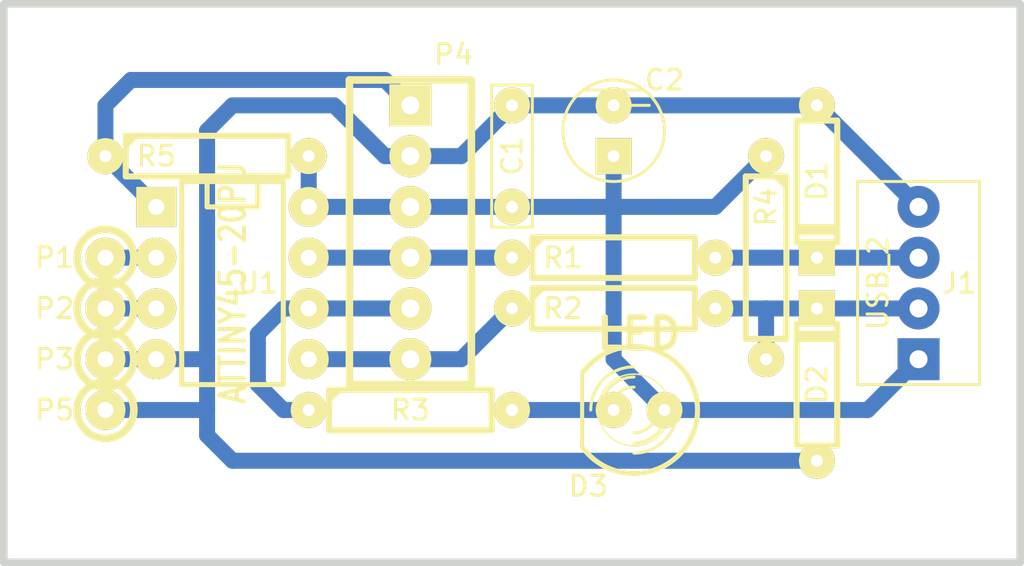
<source format=kicad_pcb>
(kicad_pcb (version 20171130) (host pcbnew 5.1.5+dfsg1-2~bpo10+1)

  (general
    (thickness 1.6002)
    (drawings 4)
    (tracks 57)
    (zones 0)
    (modules 17)
    (nets 12)
  )

  (page A4)
  (layers
    (0 F.Cu signal)
    (31 B.Cu signal)
    (32 B.Adhes user)
    (33 F.Adhes user)
    (34 B.Paste user)
    (35 F.Paste user)
    (36 B.SilkS user)
    (37 F.SilkS user)
    (38 B.Mask user)
    (39 F.Mask user)
    (40 Dwgs.User user)
    (41 Cmts.User user)
    (42 Eco1.User user)
    (43 Eco2.User user)
    (44 Edge.Cuts user)
    (45 Margin user)
    (46 B.CrtYd user)
    (47 F.CrtYd user)
    (48 B.Fab user)
    (49 F.Fab user)
  )

  (setup
    (last_trace_width 0.8)
    (trace_clearance 0.254)
    (zone_clearance 0.508)
    (zone_45_only no)
    (trace_min 0.2032)
    (via_size 0.889)
    (via_drill 0.635)
    (via_min_size 0.889)
    (via_min_drill 0.508)
    (uvia_size 0.508)
    (uvia_drill 0.127)
    (uvias_allowed no)
    (uvia_min_size 0.508)
    (uvia_min_drill 0.127)
    (edge_width 0.381)
    (segment_width 0.381)
    (pcb_text_width 0.3048)
    (pcb_text_size 1.524 2.032)
    (mod_edge_width 0.381)
    (mod_text_size 1.524 1.524)
    (mod_text_width 0.3048)
    (pad_size 1.524 1.524)
    (pad_drill 0.8128)
    (pad_to_mask_clearance 0.254)
    (solder_mask_min_width 0.25)
    (aux_axis_origin 0 0)
    (visible_elements FFFDFFBF)
    (pcbplotparams
      (layerselection 0x00020_fffffffe)
      (usegerberextensions false)
      (usegerberattributes false)
      (usegerberadvancedattributes false)
      (creategerberjobfile false)
      (excludeedgelayer false)
      (linewidth 0.150000)
      (plotframeref false)
      (viasonmask false)
      (mode 1)
      (useauxorigin false)
      (hpglpennumber 1)
      (hpglpenspeed 20)
      (hpglpendiameter 15.000000)
      (psnegative false)
      (psa4output false)
      (plotreference false)
      (plotvalue false)
      (plotinvisibletext false)
      (padsonsilk false)
      (subtractmaskfromsilk false)
      (outputformat 2)
      (mirror false)
      (drillshape 2)
      (scaleselection 1)
      (outputdirectory ""))
  )

  (net 0 "")
  (net 1 "Net-(C1-Pad1)")
  (net 2 "Net-(C1-Pad2)")
  (net 3 "Net-(D1-Pad2)")
  (net 4 "Net-(D2-Pad2)")
  (net 5 "Net-(D3-Pad2)")
  (net 6 "Net-(P2-Pad1)")
  (net 7 "Net-(P4-Pad1)")
  (net 8 "Net-(P4-Pad4)")
  (net 9 "Net-(P4-Pad5)")
  (net 10 "Net-(P4-Pad6)")
  (net 11 "Net-(P1-Pad1)")

  (net_class Default "This is the default net class."
    (clearance 0.254)
    (trace_width 0.8)
    (via_dia 0.889)
    (via_drill 0.635)
    (uvia_dia 0.508)
    (uvia_drill 0.127)
    (add_net "Net-(C1-Pad1)")
    (add_net "Net-(C1-Pad2)")
    (add_net "Net-(D1-Pad2)")
    (add_net "Net-(D2-Pad2)")
    (add_net "Net-(D3-Pad2)")
    (add_net "Net-(P1-Pad1)")
    (add_net "Net-(P2-Pad1)")
    (add_net "Net-(P4-Pad1)")
    (add_net "Net-(P4-Pad4)")
    (add_net "Net-(P4-Pad5)")
    (add_net "Net-(P4-Pad6)")
  )

  (module kicad:CP_5x11mm (layer F.Cu) (tedit 5C4E162E) (tstamp 5E7E65FF)
    (at 149.86 87.63)
    (descr "Capacitor, pol, cyl 5x11mm")
    (path /506359CC)
    (fp_text reference C2 (at 2.54 -2.54) (layer F.SilkS)
      (effects (font (size 1 1) (thickness 0.15)))
    )
    (fp_text value CP1 (at 0 3.81) (layer F.SilkS) hide
      (effects (font (size 1 1) (thickness 0.15)))
    )
    (fp_line (start 0.889 -1.27) (end 1.778 -1.27) (layer F.SilkS) (width 0.15))
    (fp_line (start -1.524 -2.032) (end 1.524 -2.032) (layer F.SilkS) (width 0.15))
    (fp_circle (center 0 0) (end -2.54 0) (layer F.SilkS) (width 0.15))
    (pad 1 thru_hole rect (at 0 1.27) (size 1.80086 1.80086) (drill 0.59944) (layers *.Cu *.Mask F.SilkS)
      (net 1 "Net-(C1-Pad1)"))
    (pad 2 thru_hole circle (at 0 -1.27) (size 1.80086 1.80086) (drill 0.59944) (layers *.Cu *.Mask F.SilkS)
      (net 2 "Net-(C1-Pad2)"))
    (model discret/capacitor/cp_5x11mm.wrl
      (at (xyz 0 0 0))
      (scale (xyz 1 1 1))
      (rotate (xyz 0 0 0))
    )
  )

  (module kicad:R4 (layer F.Cu) (tedit 504E4295) (tstamp 5B62A9A3)
    (at 149.86 96.52)
    (descr "Resitance 4 pas")
    (tags R)
    (path /5062997E)
    (autoplace_cost180 10)
    (fp_text reference R2 (at -2.54 0) (layer F.SilkS)
      (effects (font (size 1 1) (thickness 0.15)))
    )
    (fp_text value R (at 0 0) (layer F.SilkS) hide
      (effects (font (size 1.397 1.27) (thickness 0.2032)))
    )
    (fp_line (start -5.08 0) (end -4.064 0) (layer F.SilkS) (width 0.3048))
    (fp_line (start -4.064 0) (end -4.064 -1.016) (layer F.SilkS) (width 0.3048))
    (fp_line (start -4.064 -1.016) (end 4.064 -1.016) (layer F.SilkS) (width 0.3048))
    (fp_line (start 4.064 -1.016) (end 4.064 1.016) (layer F.SilkS) (width 0.3048))
    (fp_line (start 4.064 1.016) (end -4.064 1.016) (layer F.SilkS) (width 0.3048))
    (fp_line (start -4.064 1.016) (end -4.064 0) (layer F.SilkS) (width 0.3048))
    (fp_line (start -4.064 -0.508) (end -3.556 -1.016) (layer F.SilkS) (width 0.3048))
    (fp_line (start 5.08 0) (end 4.064 0) (layer F.SilkS) (width 0.3048))
    (pad 1 thru_hole circle (at -5.08 0) (size 1.80086 1.80086) (drill 0.59944) (layers *.Cu *.Mask F.SilkS)
      (net 10 "Net-(P4-Pad6)"))
    (pad 2 thru_hole circle (at 5.08 0) (size 1.80086 1.80086) (drill 0.59944) (layers *.Cu *.Mask F.SilkS)
      (net 4 "Net-(D2-Pad2)"))
    (model discret/resistor.wrl
      (at (xyz 0 0 0))
      (scale (xyz 0.4 0.4 0.4))
      (rotate (xyz 0 0 0))
    )
  )

  (module kicad:C2 (layer F.Cu) (tedit 5C4E1294) (tstamp 5E6EA05D)
    (at 144.78 88.9 90)
    (descr "Condensateur = 2 pas")
    (tags C)
    (path /50629DF6)
    (fp_text reference C1 (at 0 0 90) (layer F.SilkS)
      (effects (font (size 1 1) (thickness 0.15)))
    )
    (fp_text value C (at -1.27 0 90) (layer F.SilkS) hide
      (effects (font (size 1.016 1.016) (thickness 0.2032)))
    )
    (fp_line (start -3.556 -1.016) (end 3.556 -1.016) (layer F.SilkS) (width 0.15))
    (fp_line (start 3.556 -1.016) (end 3.556 1.016) (layer F.SilkS) (width 0.15))
    (fp_line (start 3.556 1.016) (end -3.556 1.016) (layer F.SilkS) (width 0.15))
    (fp_line (start -3.556 1.016) (end -3.556 -1.016) (layer F.SilkS) (width 0.15))
    (pad 1 thru_hole circle (at -2.54 0 90) (size 1.80086 1.80086) (drill 0.59944) (layers *.Cu *.Mask F.SilkS)
      (net 1 "Net-(C1-Pad1)"))
    (pad 2 thru_hole circle (at 2.54 0 90) (size 1.80086 1.80086) (drill 0.59944) (layers *.Cu *.Mask F.SilkS)
      (net 2 "Net-(C1-Pad2)"))
    (model discret/capa_2pas_5x5mm.wrl
      (at (xyz 0 0 0))
      (scale (xyz 1 1 1))
      (rotate (xyz 0 0 0))
    )
  )

  (module kicad:R4 (layer F.Cu) (tedit 504E4295) (tstamp 5B62A9BD)
    (at 157.48 93.98 270)
    (descr "Resitance 4 pas")
    (tags R)
    (path /50629C81)
    (autoplace_cost180 10)
    (fp_text reference R4 (at -2.54 0 270) (layer F.SilkS)
      (effects (font (size 1 1) (thickness 0.15)))
    )
    (fp_text value R (at 0 0 270) (layer F.SilkS) hide
      (effects (font (size 1.397 1.27) (thickness 0.2032)))
    )
    (fp_line (start -5.08 0) (end -4.064 0) (layer F.SilkS) (width 0.3048))
    (fp_line (start -4.064 0) (end -4.064 -1.016) (layer F.SilkS) (width 0.3048))
    (fp_line (start -4.064 -1.016) (end 4.064 -1.016) (layer F.SilkS) (width 0.3048))
    (fp_line (start 4.064 -1.016) (end 4.064 1.016) (layer F.SilkS) (width 0.3048))
    (fp_line (start 4.064 1.016) (end -4.064 1.016) (layer F.SilkS) (width 0.3048))
    (fp_line (start -4.064 1.016) (end -4.064 0) (layer F.SilkS) (width 0.3048))
    (fp_line (start -4.064 -0.508) (end -3.556 -1.016) (layer F.SilkS) (width 0.3048))
    (fp_line (start 5.08 0) (end 4.064 0) (layer F.SilkS) (width 0.3048))
    (pad 1 thru_hole circle (at -5.08 0 270) (size 1.80086 1.80086) (drill 0.59944) (layers *.Cu *.Mask F.SilkS)
      (net 1 "Net-(C1-Pad1)"))
    (pad 2 thru_hole circle (at 5.08 0 270) (size 1.80086 1.80086) (drill 0.59944) (layers *.Cu *.Mask F.SilkS)
      (net 4 "Net-(D2-Pad2)"))
    (model discret/resistor.wrl
      (at (xyz 0 0 0))
      (scale (xyz 0.4 0.4 0.4))
      (rotate (xyz 0 0 0))
    )
  )

  (module kicad:USB4 (layer F.Cu) (tedit 5E7280C7) (tstamp 5B62B47B)
    (at 165.1 95.25 90)
    (path /516E3CCA)
    (fp_text reference J1 (at 0 2.032 180) (layer F.SilkS)
      (effects (font (size 1 1) (thickness 0.15)))
    )
    (fp_text value USB_2 (at 0 -2.032 90) (layer F.SilkS)
      (effects (font (size 1 1) (thickness 0.15)))
    )
    (fp_line (start -5.08 3.048) (end -5.08 -3.048) (layer F.SilkS) (width 0.15))
    (fp_line (start -5.08 -3.048) (end 5.08 -3.048) (layer F.SilkS) (width 0.15))
    (fp_line (start 5.08 -3.048) (end 5.08 3.048) (layer F.SilkS) (width 0.15))
    (fp_line (start 5.08 3.048) (end -5.08 3.048) (layer F.SilkS) (width 0.15))
    (pad 2 thru_hole circle (at -1.27 0 90) (size 2.1 2.1) (drill 0.9) (layers *.Cu *.Mask)
      (net 4 "Net-(D2-Pad2)"))
    (pad 3 thru_hole circle (at 1.27 0 90) (size 2.1 2.1) (drill 0.9) (layers *.Cu *.Mask)
      (net 3 "Net-(D1-Pad2)"))
    (pad 4 thru_hole circle (at 3.81 0 90) (size 2.1 2.1) (drill 0.9) (layers *.Cu *.Mask)
      (net 2 "Net-(C1-Pad2)"))
    (pad 1 thru_hole rect (at -3.81 0 90) (size 2.1 2.1) (drill 0.9) (layers *.Cu *.Mask)
      (net 1 "Net-(C1-Pad1)"))
  )

  (module kicad:PIN_ARRAY_6X1 (layer F.Cu) (tedit 514F17CD) (tstamp 5B62A989)
    (at 139.7 92.71 270)
    (descr "Connecteur 6 pins")
    (tags "CONN DEV")
    (path /506295FB)
    (fp_text reference P4 (at -8.89 -2.159) (layer F.SilkS)
      (effects (font (size 1 1) (thickness 0.15)))
    )
    (fp_text value CONN_6 (at 0 2.159 270) (layer F.SilkS) hide
      (effects (font (size 1.016 0.889) (thickness 0.2032)))
    )
    (fp_line (start -7.62 -3.048) (end 7.62 -3.048) (layer F.SilkS) (width 0.381))
    (fp_line (start 7.62 -3.048) (end 7.62 3.048) (layer F.SilkS) (width 0.381))
    (fp_line (start 7.62 3.048) (end -7.62 3.048) (layer F.SilkS) (width 0.381))
    (fp_line (start -7.62 3.048) (end -7.62 -3.048) (layer F.SilkS) (width 0.381))
    (pad 1 thru_hole rect (at -6.35 0 270) (size 2.10058 2.10058) (drill 0.89916) (layers *.Cu *.Mask F.SilkS)
      (net 7 "Net-(P4-Pad1)"))
    (pad 2 thru_hole circle (at -3.81 0 270) (size 2.10058 2.10058) (drill 0.89916) (layers *.Cu *.Mask F.SilkS)
      (net 2 "Net-(C1-Pad2)"))
    (pad 3 thru_hole circle (at -1.27 0 270) (size 2.10058 2.10058) (drill 0.89916) (layers *.Cu *.Mask F.SilkS)
      (net 1 "Net-(C1-Pad1)"))
    (pad 4 thru_hole circle (at 1.27 0 270) (size 2.10058 2.10058) (drill 0.89916) (layers *.Cu *.Mask F.SilkS)
      (net 8 "Net-(P4-Pad4)"))
    (pad 5 thru_hole circle (at 3.81 0 270) (size 2.10058 2.10058) (drill 0.89916) (layers *.Cu *.Mask F.SilkS)
      (net 9 "Net-(P4-Pad5)"))
    (pad 6 thru_hole circle (at 6.35 0 270) (size 2.10058 2.10058) (drill 0.89916) (layers *.Cu *.Mask F.SilkS)
      (net 10 "Net-(P4-Pad6)"))
    (model pin_array/pins_array_6x1.wrl
      (at (xyz 0 0 0))
      (scale (xyz 1 1 1))
      (rotate (xyz 0 0 0))
    )
  )

  (module kicad:PIN_ARRAY_1X1 (layer F.Cu) (tedit 561AC18E) (tstamp 5E9C333A)
    (at 124.46 96.52)
    (descr "module 1 pin (ou trou mecanique de percage)")
    (tags DEV)
    (path /5B62A152)
    (fp_text reference P2 (at -2.54 0) (layer F.SilkS)
      (effects (font (size 1 1) (thickness 0.15)))
    )
    (fp_text value CONN_1 (at 0 2.794) (layer F.SilkS) hide
      (effects (font (size 1.016 1.016) (thickness 0.254)))
    )
    (fp_circle (center 0 0) (end 1.27 0.635) (layer F.SilkS) (width 0.381))
    (pad 1 thru_hole circle (at 0 0) (size 2 2) (drill 0.8) (layers *.Cu *.Mask F.SilkS)
      (net 6 "Net-(P2-Pad1)"))
  )

  (module kicad:PIN_ARRAY_1X1 (layer F.Cu) (tedit 561AC18E) (tstamp 5B62A984)
    (at 124.46 99.06)
    (descr "module 1 pin (ou trou mecanique de percage)")
    (tags DEV)
    (path /50635851)
    (fp_text reference P3 (at -2.54 0) (layer F.SilkS)
      (effects (font (size 1 1) (thickness 0.15)))
    )
    (fp_text value CONN_1 (at 0 2.794) (layer F.SilkS) hide
      (effects (font (size 1.016 1.016) (thickness 0.254)))
    )
    (fp_circle (center 0 0) (end 1.27 0.635) (layer F.SilkS) (width 0.381))
    (pad 1 thru_hole circle (at 0 0) (size 2 2) (drill 0.8) (layers *.Cu *.Mask F.SilkS)
      (net 2 "Net-(C1-Pad2)"))
  )

  (module kicad:PIN_ARRAY_1X1 (layer F.Cu) (tedit 561AC18E) (tstamp 5B62A97A)
    (at 124.46 93.98)
    (descr "module 1 pin (ou trou mecanique de percage)")
    (tags DEV)
    (path /50635843)
    (fp_text reference P1 (at -2.54 0) (layer F.SilkS)
      (effects (font (size 1 1) (thickness 0.15)))
    )
    (fp_text value CONN_1 (at 0 2.794) (layer F.SilkS) hide
      (effects (font (size 1.016 1.016) (thickness 0.254)))
    )
    (fp_circle (center 0 0) (end 1.27 0.635) (layer F.SilkS) (width 0.381))
    (pad 1 thru_hole circle (at 0 0) (size 2 2) (drill 0.8) (layers *.Cu *.Mask F.SilkS)
      (net 11 "Net-(P1-Pad1)"))
  )

  (module kicad:PIN_ARRAY_1X1 (layer F.Cu) (tedit 561AC18E) (tstamp 5B62AAB6)
    (at 124.46 101.6)
    (descr "module 1 pin (ou trou mecanique de percage)")
    (tags DEV)
    (path /5E6F4FA2)
    (fp_text reference P5 (at -2.54 0) (layer F.SilkS)
      (effects (font (size 1 1) (thickness 0.15)))
    )
    (fp_text value CONN_1 (at 0 2.794) (layer F.SilkS) hide
      (effects (font (size 1.016 1.016) (thickness 0.254)))
    )
    (fp_circle (center 0 0) (end 1.27 0.635) (layer F.SilkS) (width 0.381))
    (pad 1 thru_hole circle (at 0 0) (size 2 2) (drill 0.8) (layers *.Cu *.Mask F.SilkS)
      (net 2 "Net-(C1-Pad2)"))
  )

  (module kicad:R4 (layer F.Cu) (tedit 504E4295) (tstamp 5B62A9B0)
    (at 139.7 101.6)
    (descr "Resitance 4 pas")
    (tags R)
    (path /50629B92)
    (autoplace_cost180 10)
    (fp_text reference R3 (at 0 0) (layer F.SilkS)
      (effects (font (size 1 1) (thickness 0.15)))
    )
    (fp_text value R (at 0 0) (layer F.SilkS) hide
      (effects (font (size 1.397 1.27) (thickness 0.2032)))
    )
    (fp_line (start -5.08 0) (end -4.064 0) (layer F.SilkS) (width 0.3048))
    (fp_line (start -4.064 0) (end -4.064 -1.016) (layer F.SilkS) (width 0.3048))
    (fp_line (start -4.064 -1.016) (end 4.064 -1.016) (layer F.SilkS) (width 0.3048))
    (fp_line (start 4.064 -1.016) (end 4.064 1.016) (layer F.SilkS) (width 0.3048))
    (fp_line (start 4.064 1.016) (end -4.064 1.016) (layer F.SilkS) (width 0.3048))
    (fp_line (start -4.064 1.016) (end -4.064 0) (layer F.SilkS) (width 0.3048))
    (fp_line (start -4.064 -0.508) (end -3.556 -1.016) (layer F.SilkS) (width 0.3048))
    (fp_line (start 5.08 0) (end 4.064 0) (layer F.SilkS) (width 0.3048))
    (pad 1 thru_hole circle (at -5.08 0) (size 1.80086 1.80086) (drill 0.59944) (layers *.Cu *.Mask F.SilkS)
      (net 9 "Net-(P4-Pad5)"))
    (pad 2 thru_hole circle (at 5.08 0) (size 1.80086 1.80086) (drill 0.59944) (layers *.Cu *.Mask F.SilkS)
      (net 5 "Net-(D3-Pad2)"))
    (model discret/resistor.wrl
      (at (xyz 0 0 0))
      (scale (xyz 0.4 0.4 0.4))
      (rotate (xyz 0 0 0))
    )
  )

  (module kicad:R4 (layer F.Cu) (tedit 504E4295) (tstamp 5B62A9CA)
    (at 129.54 88.9)
    (descr "Resitance 4 pas")
    (tags R)
    (path /50629877)
    (autoplace_cost180 10)
    (fp_text reference R5 (at -2.54 0) (layer F.SilkS)
      (effects (font (size 1 1) (thickness 0.15)))
    )
    (fp_text value R (at 0 0) (layer F.SilkS) hide
      (effects (font (size 1.397 1.27) (thickness 0.2032)))
    )
    (fp_line (start -5.08 0) (end -4.064 0) (layer F.SilkS) (width 0.3048))
    (fp_line (start -4.064 0) (end -4.064 -1.016) (layer F.SilkS) (width 0.3048))
    (fp_line (start -4.064 -1.016) (end 4.064 -1.016) (layer F.SilkS) (width 0.3048))
    (fp_line (start 4.064 -1.016) (end 4.064 1.016) (layer F.SilkS) (width 0.3048))
    (fp_line (start 4.064 1.016) (end -4.064 1.016) (layer F.SilkS) (width 0.3048))
    (fp_line (start -4.064 1.016) (end -4.064 0) (layer F.SilkS) (width 0.3048))
    (fp_line (start -4.064 -0.508) (end -3.556 -1.016) (layer F.SilkS) (width 0.3048))
    (fp_line (start 5.08 0) (end 4.064 0) (layer F.SilkS) (width 0.3048))
    (pad 1 thru_hole circle (at -5.08 0) (size 1.80086 1.80086) (drill 0.59944) (layers *.Cu *.Mask F.SilkS)
      (net 7 "Net-(P4-Pad1)"))
    (pad 2 thru_hole circle (at 5.08 0) (size 1.80086 1.80086) (drill 0.59944) (layers *.Cu *.Mask F.SilkS)
      (net 1 "Net-(C1-Pad1)"))
    (model discret/resistor.wrl
      (at (xyz 0 0 0))
      (scale (xyz 0.4 0.4 0.4))
      (rotate (xyz 0 0 0))
    )
  )

  (module kicad:DIP-8__300 (layer F.Cu) (tedit 50A3441F) (tstamp 5B62A9E3)
    (at 130.81 95.25 270)
    (descr "8 pins DIL package, round pads")
    (tags DIL)
    (path /505960D4)
    (fp_text reference U1 (at 0 -1.27) (layer F.SilkS)
      (effects (font (size 1 1) (thickness 0.15)))
    )
    (fp_text value ATTINY45-20PU (at 0 0 270) (layer F.SilkS)
      (effects (font (size 1.27 1.016) (thickness 0.2032)))
    )
    (fp_line (start -5.08 -1.27) (end -3.81 -1.27) (layer F.SilkS) (width 0.254))
    (fp_line (start -3.81 -1.27) (end -3.81 1.27) (layer F.SilkS) (width 0.254))
    (fp_line (start -3.81 1.27) (end -5.08 1.27) (layer F.SilkS) (width 0.254))
    (fp_line (start -5.08 -2.54) (end 5.08 -2.54) (layer F.SilkS) (width 0.254))
    (fp_line (start 5.08 -2.54) (end 5.08 2.54) (layer F.SilkS) (width 0.254))
    (fp_line (start 5.08 2.54) (end -5.08 2.54) (layer F.SilkS) (width 0.254))
    (fp_line (start -5.08 2.54) (end -5.08 -2.54) (layer F.SilkS) (width 0.254))
    (pad 1 thru_hole rect (at -3.81 3.81 270) (size 1.99898 1.99898) (drill 0.8001) (layers *.Cu *.Mask F.SilkS)
      (net 7 "Net-(P4-Pad1)"))
    (pad 2 thru_hole circle (at -1.27 3.81 270) (size 1.99898 1.99898) (drill 0.8001) (layers *.Cu *.Mask F.SilkS)
      (net 11 "Net-(P1-Pad1)"))
    (pad 3 thru_hole circle (at 1.27 3.81 270) (size 1.99898 1.99898) (drill 0.8001) (layers *.Cu *.Mask F.SilkS)
      (net 6 "Net-(P2-Pad1)"))
    (pad 4 thru_hole circle (at 3.81 3.81 270) (size 1.99898 1.99898) (drill 0.8001) (layers *.Cu *.Mask F.SilkS)
      (net 2 "Net-(C1-Pad2)"))
    (pad 5 thru_hole circle (at 3.81 -3.81 270) (size 1.99898 1.99898) (drill 0.8001) (layers *.Cu *.Mask F.SilkS)
      (net 10 "Net-(P4-Pad6)"))
    (pad 6 thru_hole circle (at 1.27 -3.81 270) (size 1.99898 1.99898) (drill 0.8001) (layers *.Cu *.Mask F.SilkS)
      (net 9 "Net-(P4-Pad5)"))
    (pad 7 thru_hole circle (at -1.27 -3.81 270) (size 1.99898 1.99898) (drill 0.8001) (layers *.Cu *.Mask F.SilkS)
      (net 8 "Net-(P4-Pad4)"))
    (pad 8 thru_hole circle (at -3.81 -3.81 270) (size 1.99898 1.99898) (drill 0.8001) (layers *.Cu *.Mask F.SilkS)
      (net 1 "Net-(C1-Pad1)"))
    (model dil/dil_8.wrl
      (at (xyz 0 0 0))
      (scale (xyz 1 1 1))
      (rotate (xyz 0 0 0))
    )
  )

  (module kicad:D3 (layer F.Cu) (tedit 524FA5E8) (tstamp 5B62A934)
    (at 160.02 90.17 270)
    (descr "Diode 3 pas")
    (tags "DIODE DEV")
    (path /50629A06)
    (fp_text reference D1 (at 0 0 270) (layer F.SilkS)
      (effects (font (size 1 1) (thickness 0.15)))
    )
    (fp_text value ZENER (at -1.27 0 270) (layer F.SilkS) hide
      (effects (font (size 1.524 1.524) (thickness 0.3048)))
    )
    (fp_line (start 3.81 0) (end 3.048 0) (layer F.SilkS) (width 0.3048))
    (fp_line (start 3.048 0) (end 3.048 -1.016) (layer F.SilkS) (width 0.3048))
    (fp_line (start 3.048 -1.016) (end -3.048 -1.016) (layer F.SilkS) (width 0.3048))
    (fp_line (start -3.048 -1.016) (end -3.048 0) (layer F.SilkS) (width 0.3048))
    (fp_line (start -3.048 0) (end -3.81 0) (layer F.SilkS) (width 0.3048))
    (fp_line (start -3.048 0) (end -3.048 1.016) (layer F.SilkS) (width 0.3048))
    (fp_line (start -3.048 1.016) (end 3.048 1.016) (layer F.SilkS) (width 0.3048))
    (fp_line (start 3.048 1.016) (end 3.048 0) (layer F.SilkS) (width 0.3048))
    (fp_line (start 2.54 -1.016) (end 2.54 1.016) (layer F.SilkS) (width 0.3048))
    (fp_line (start 2.286 1.016) (end 2.286 -1.016) (layer F.SilkS) (width 0.3048))
    (pad 2 thru_hole rect (at 3.81 0 270) (size 1.80086 1.80086) (drill 0.59944) (layers *.Cu *.Mask F.SilkS)
      (net 3 "Net-(D1-Pad2)"))
    (pad 1 thru_hole circle (at -3.81 0 270) (size 1.80086 1.80086) (drill 0.59944) (layers *.Cu *.Mask F.SilkS)
      (net 2 "Net-(C1-Pad2)"))
    (model discret/diode.wrl
      (at (xyz 0 0 0))
      (scale (xyz 0.3 0.3 0.3))
      (rotate (xyz 0 0 0))
    )
  )

  (module kicad:R4 (layer F.Cu) (tedit 504E4295) (tstamp 5B62A996)
    (at 149.86 93.98)
    (descr "Resitance 4 pas")
    (tags R)
    (path /50629977)
    (autoplace_cost180 10)
    (fp_text reference R1 (at -2.54 0) (layer F.SilkS)
      (effects (font (size 1 1) (thickness 0.15)))
    )
    (fp_text value R (at 0 0) (layer F.SilkS) hide
      (effects (font (size 1.397 1.27) (thickness 0.2032)))
    )
    (fp_line (start -5.08 0) (end -4.064 0) (layer F.SilkS) (width 0.3048))
    (fp_line (start -4.064 0) (end -4.064 -1.016) (layer F.SilkS) (width 0.3048))
    (fp_line (start -4.064 -1.016) (end 4.064 -1.016) (layer F.SilkS) (width 0.3048))
    (fp_line (start 4.064 -1.016) (end 4.064 1.016) (layer F.SilkS) (width 0.3048))
    (fp_line (start 4.064 1.016) (end -4.064 1.016) (layer F.SilkS) (width 0.3048))
    (fp_line (start -4.064 1.016) (end -4.064 0) (layer F.SilkS) (width 0.3048))
    (fp_line (start -4.064 -0.508) (end -3.556 -1.016) (layer F.SilkS) (width 0.3048))
    (fp_line (start 5.08 0) (end 4.064 0) (layer F.SilkS) (width 0.3048))
    (pad 1 thru_hole circle (at -5.08 0) (size 1.80086 1.80086) (drill 0.59944) (layers *.Cu *.Mask F.SilkS)
      (net 8 "Net-(P4-Pad4)"))
    (pad 2 thru_hole circle (at 5.08 0) (size 1.80086 1.80086) (drill 0.59944) (layers *.Cu *.Mask F.SilkS)
      (net 3 "Net-(D1-Pad2)"))
    (model discret/resistor.wrl
      (at (xyz 0 0 0))
      (scale (xyz 0.4 0.4 0.4))
      (rotate (xyz 0 0 0))
    )
  )

  (module kicad:LED-5MM (layer F.Cu) (tedit 504ED8E0) (tstamp 5B62A952)
    (at 151.13 101.6 180)
    (descr "LED 5mm - Lead pitch 100mil (2,54mm)")
    (tags "LED led 5mm 5MM 100mil 2,54mm")
    (path /50629BBA)
    (fp_text reference D3 (at 2.54 -3.81 180) (layer F.SilkS)
      (effects (font (size 1 1) (thickness 0.15)))
    )
    (fp_text value LED (at 0 3.81 180) (layer F.SilkS)
      (effects (font (size 1.524 1.524) (thickness 0.3048)))
    )
    (fp_line (start 2.8448 1.905) (end 2.8448 -1.905) (layer F.SilkS) (width 0.2032))
    (fp_circle (center 0.254 0) (end -1.016 1.27) (layer F.SilkS) (width 0.0762))
    (fp_arc (start 0.254 0) (end 2.794 1.905) (angle 286.2) (layer F.SilkS) (width 0.254))
    (fp_arc (start 0.254 0) (end -0.889 0) (angle 90) (layer F.SilkS) (width 0.1524))
    (fp_arc (start 0.254 0) (end 1.397 0) (angle 90) (layer F.SilkS) (width 0.1524))
    (fp_arc (start 0.254 0) (end -1.397 0) (angle 90) (layer F.SilkS) (width 0.1524))
    (fp_arc (start 0.254 0) (end 1.905 0) (angle 90) (layer F.SilkS) (width 0.1524))
    (fp_arc (start 0.254 0) (end -1.905 0) (angle 90) (layer F.SilkS) (width 0.1524))
    (fp_arc (start 0.254 0) (end 2.413 0) (angle 90) (layer F.SilkS) (width 0.1524))
    (pad 1 thru_hole circle (at -1.27 0 180) (size 1.80086 1.80086) (drill 0.59944) (layers *.Cu F.Paste F.SilkS F.Mask)
      (net 1 "Net-(C1-Pad1)"))
    (pad 2 thru_hole circle (at 1.27 0 180) (size 1.80086 1.80086) (drill 0.59944) (layers *.Cu F.Paste F.SilkS F.Mask)
      (net 5 "Net-(D3-Pad2)"))
    (model discret/leds/led5_vertical_verde.wrl
      (at (xyz 0 0 0))
      (scale (xyz 1 1 1))
      (rotate (xyz 0 0 0))
    )
  )

  (module kicad:D3 (layer F.Cu) (tedit 524FA5E8) (tstamp 5B62A943)
    (at 160.02 100.33 90)
    (descr "Diode 3 pas")
    (tags "DIODE DEV")
    (path /50629A14)
    (fp_text reference D2 (at 0 0 90) (layer F.SilkS)
      (effects (font (size 1 1) (thickness 0.15)))
    )
    (fp_text value ZENER (at -1.27 0 90) (layer F.SilkS) hide
      (effects (font (size 1.524 1.524) (thickness 0.3048)))
    )
    (fp_line (start 3.81 0) (end 3.048 0) (layer F.SilkS) (width 0.3048))
    (fp_line (start 3.048 0) (end 3.048 -1.016) (layer F.SilkS) (width 0.3048))
    (fp_line (start 3.048 -1.016) (end -3.048 -1.016) (layer F.SilkS) (width 0.3048))
    (fp_line (start -3.048 -1.016) (end -3.048 0) (layer F.SilkS) (width 0.3048))
    (fp_line (start -3.048 0) (end -3.81 0) (layer F.SilkS) (width 0.3048))
    (fp_line (start -3.048 0) (end -3.048 1.016) (layer F.SilkS) (width 0.3048))
    (fp_line (start -3.048 1.016) (end 3.048 1.016) (layer F.SilkS) (width 0.3048))
    (fp_line (start 3.048 1.016) (end 3.048 0) (layer F.SilkS) (width 0.3048))
    (fp_line (start 2.54 -1.016) (end 2.54 1.016) (layer F.SilkS) (width 0.3048))
    (fp_line (start 2.286 1.016) (end 2.286 -1.016) (layer F.SilkS) (width 0.3048))
    (pad 2 thru_hole rect (at 3.81 0 90) (size 1.80086 1.80086) (drill 0.59944) (layers *.Cu *.Mask F.SilkS)
      (net 4 "Net-(D2-Pad2)"))
    (pad 1 thru_hole circle (at -3.81 0 90) (size 1.80086 1.80086) (drill 0.59944) (layers *.Cu *.Mask F.SilkS)
      (net 2 "Net-(C1-Pad2)"))
    (model discret/diode.wrl
      (at (xyz 0 0 0))
      (scale (xyz 0.3 0.3 0.3))
      (rotate (xyz 0 0 0))
    )
  )

  (gr_line (start 119.38 109.22) (end 119.38 81.28) (layer Edge.Cuts) (width 0.381))
  (gr_line (start 170.18 109.22) (end 119.38 109.22) (layer Edge.Cuts) (width 0.381))
  (gr_line (start 170.18 81.28) (end 170.18 109.22) (layer Edge.Cuts) (width 0.381))
  (gr_line (start 119.38 81.28) (end 170.18 81.28) (layer Edge.Cuts) (width 0.381))

  (segment (start 152.4 101.6) (end 162.56 101.6) (width 0.8) (layer B.Cu) (net 1))
  (segment (start 162.56 101.6) (end 165.1 99.06) (width 0.8) (layer B.Cu) (net 1) (tstamp 5B62AADA) (status 20))
  (segment (start 139.7 91.44) (end 144.78 91.44) (width 0.8) (layer B.Cu) (net 1))
  (segment (start 134.62 91.44) (end 139.7 91.44) (width 0.8) (layer B.Cu) (net 1))
  (segment (start 134.62 88.9) (end 134.62 91.44) (width 0.8) (layer B.Cu) (net 1))
  (segment (start 154.94 91.44) (end 157.48 88.9) (width 0.8) (layer B.Cu) (net 1))
  (segment (start 152.4 91.44) (end 154.94 91.44) (width 0.8) (layer B.Cu) (net 1))
  (segment (start 144.78 91.44) (end 148.59 91.44) (width 0.8) (layer B.Cu) (net 1))
  (segment (start 152.4 91.44) (end 148.59 91.44) (width 0.8) (layer B.Cu) (net 1))
  (segment (start 149.86 91.44) (end 149.86 88.9) (width 0.8) (layer B.Cu) (net 1))
  (segment (start 152.4 101.6) (end 149.86 99.06) (width 0.8) (layer B.Cu) (net 1))
  (segment (start 149.86 99.06) (end 149.86 91.44) (width 0.8) (layer B.Cu) (net 1) (tstamp 5E9C3226))
  (segment (start 124.46 101.6) (end 129.54 101.6) (width 0.8) (layer B.Cu) (net 2))
  (segment (start 129.54 99.06) (end 129.54 101.6) (width 0.8) (layer B.Cu) (net 2))
  (segment (start 124.46 99.06) (end 127 99.06) (width 0.8) (layer B.Cu) (net 2) (tstamp 5E9C3357))
  (segment (start 129.54 101.6) (end 129.54 102.87) (width 0.8) (layer B.Cu) (net 2))
  (segment (start 129.54 102.87) (end 130.81 104.14) (width 0.8) (layer B.Cu) (net 2))
  (segment (start 160.02 86.36) (end 165.1 91.44) (width 0.8) (layer B.Cu) (net 2))
  (segment (start 139.7 88.9) (end 142.24 88.9) (width 0.8) (layer B.Cu) (net 2))
  (segment (start 142.24 88.9) (end 144.78 86.36) (width 0.8) (layer B.Cu) (net 2))
  (segment (start 129.54 99.06) (end 127 99.06) (width 0.8) (layer B.Cu) (net 2))
  (segment (start 149.86 104.14) (end 160.02 104.14) (width 0.8) (layer B.Cu) (net 2))
  (segment (start 130.81 104.14) (end 149.86 104.14) (width 0.8) (layer B.Cu) (net 2))
  (segment (start 129.54 87.63) (end 129.54 99.06) (width 0.8) (layer B.Cu) (net 2))
  (segment (start 135.89 86.36) (end 130.81 86.36) (width 0.8) (layer B.Cu) (net 2))
  (segment (start 139.7 88.9) (end 138.43 88.9) (width 0.8) (layer B.Cu) (net 2))
  (segment (start 138.43 88.9) (end 135.89 86.36) (width 0.8) (layer B.Cu) (net 2))
  (segment (start 130.81 86.36) (end 129.54 87.63) (width 0.8) (layer B.Cu) (net 2))
  (segment (start 148.59 86.36) (end 160.02 86.36) (width 0.8) (layer B.Cu) (net 2))
  (segment (start 144.78 86.36) (end 148.59 86.36) (width 0.8) (layer B.Cu) (net 2))
  (segment (start 160.02 93.98) (end 165.1 93.98) (width 0.8) (layer B.Cu) (net 3) (status 20))
  (segment (start 160.274 94.234) (end 160.02 93.98) (width 0.8) (layer B.Cu) (net 3))
  (segment (start 154.94 93.98) (end 160.02 93.98) (width 0.8) (layer B.Cu) (net 3))
  (segment (start 157.48 96.52) (end 157.48 99.06) (width 0.8) (layer B.Cu) (net 4))
  (segment (start 160.274 96.266) (end 160.02 96.52) (width 0.8) (layer B.Cu) (net 4))
  (segment (start 160.02 96.52) (end 165.1 96.52) (width 0.8) (layer B.Cu) (net 4) (status 20))
  (segment (start 157.48 96.52) (end 160.02 96.52) (width 0.8) (layer B.Cu) (net 4))
  (segment (start 154.94 96.52) (end 157.48 96.52) (width 0.8) (layer B.Cu) (net 4))
  (segment (start 144.78 101.6) (end 149.86 101.6) (width 0.8) (layer B.Cu) (net 5))
  (segment (start 124.46 96.52) (end 127 96.52) (width 0.8) (layer B.Cu) (net 6))
  (segment (start 127 91.44) (end 124.46 88.9) (width 0.8) (layer B.Cu) (net 7))
  (segment (start 139.7 86.36) (end 138.43 85.09) (width 0.8) (layer B.Cu) (net 7))
  (segment (start 138.43 85.09) (end 125.73 85.09) (width 0.8) (layer B.Cu) (net 7))
  (segment (start 125.73 85.09) (end 124.46 86.36) (width 0.8) (layer B.Cu) (net 7))
  (segment (start 124.46 86.36) (end 124.46 88.9) (width 0.8) (layer B.Cu) (net 7))
  (segment (start 139.7 93.98) (end 144.78 93.98) (width 0.8) (layer B.Cu) (net 8))
  (segment (start 134.62 93.98) (end 139.7 93.98) (width 0.8) (layer B.Cu) (net 8))
  (segment (start 134.62 96.52) (end 139.7 96.52) (width 0.8) (layer B.Cu) (net 9))
  (segment (start 133.35 101.6) (end 134.62 101.6) (width 0.8) (layer B.Cu) (net 9))
  (segment (start 132.08 100.33) (end 133.35 101.6) (width 0.8) (layer B.Cu) (net 9))
  (segment (start 132.08 97.79) (end 132.08 100.33) (width 0.8) (layer B.Cu) (net 9))
  (segment (start 133.35 96.52) (end 132.08 97.79) (width 0.8) (layer B.Cu) (net 9))
  (segment (start 134.62 96.52) (end 133.35 96.52) (width 0.8) (layer B.Cu) (net 9))
  (segment (start 134.62 99.06) (end 139.7 99.06) (width 0.8) (layer B.Cu) (net 10))
  (segment (start 139.7 99.06) (end 142.24 99.06) (width 0.8) (layer B.Cu) (net 10))
  (segment (start 142.24 99.06) (end 144.78 96.52) (width 0.8) (layer B.Cu) (net 10))
  (segment (start 124.46 93.98) (end 127 93.98) (width 0.8) (layer B.Cu) (net 11))

)

</source>
